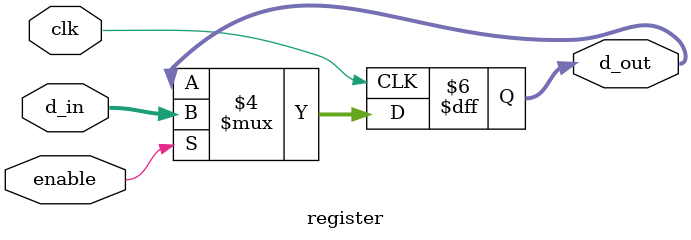
<source format=v>
module register (input [7:0] d_in, input clk , enable, output reg [7:0] d_out);

	always @ (posedge clk) begin
		if(enable == 1)
			d_out = d_in;
	end

endmodule
</source>
